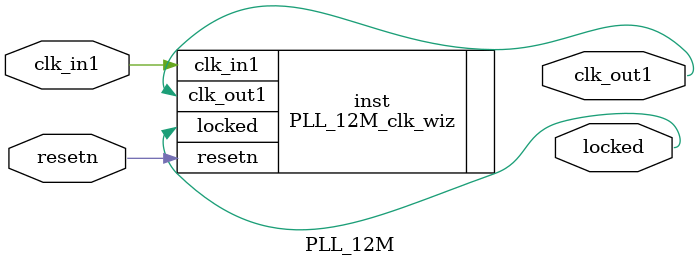
<source format=v>


`timescale 1ps/1ps

(* CORE_GENERATION_INFO = "PLL_12M,clk_wiz_v6_0_11_0_0,{component_name=PLL_12M,use_phase_alignment=true,use_min_o_jitter=false,use_max_i_jitter=false,use_dyn_phase_shift=false,use_inclk_switchover=false,use_dyn_reconfig=false,enable_axi=0,feedback_source=FDBK_AUTO,PRIMITIVE=MMCM,num_out_clk=1,clkin1_period=10.000,clkin2_period=10.000,use_power_down=false,use_reset=true,use_locked=true,use_inclk_stopped=false,feedback_type=SINGLE,CLOCK_MGR_TYPE=NA,manual_override=false}" *)

module PLL_12M 
 (
  // Clock out ports
  output        clk_out1,
  // Status and control signals
  input         resetn,
  output        locked,
 // Clock in ports
  input         clk_in1
 );

  PLL_12M_clk_wiz inst
  (
  // Clock out ports  
  .clk_out1(clk_out1),
  // Status and control signals               
  .resetn(resetn), 
  .locked(locked),
 // Clock in ports
  .clk_in1(clk_in1)
  );

endmodule

</source>
